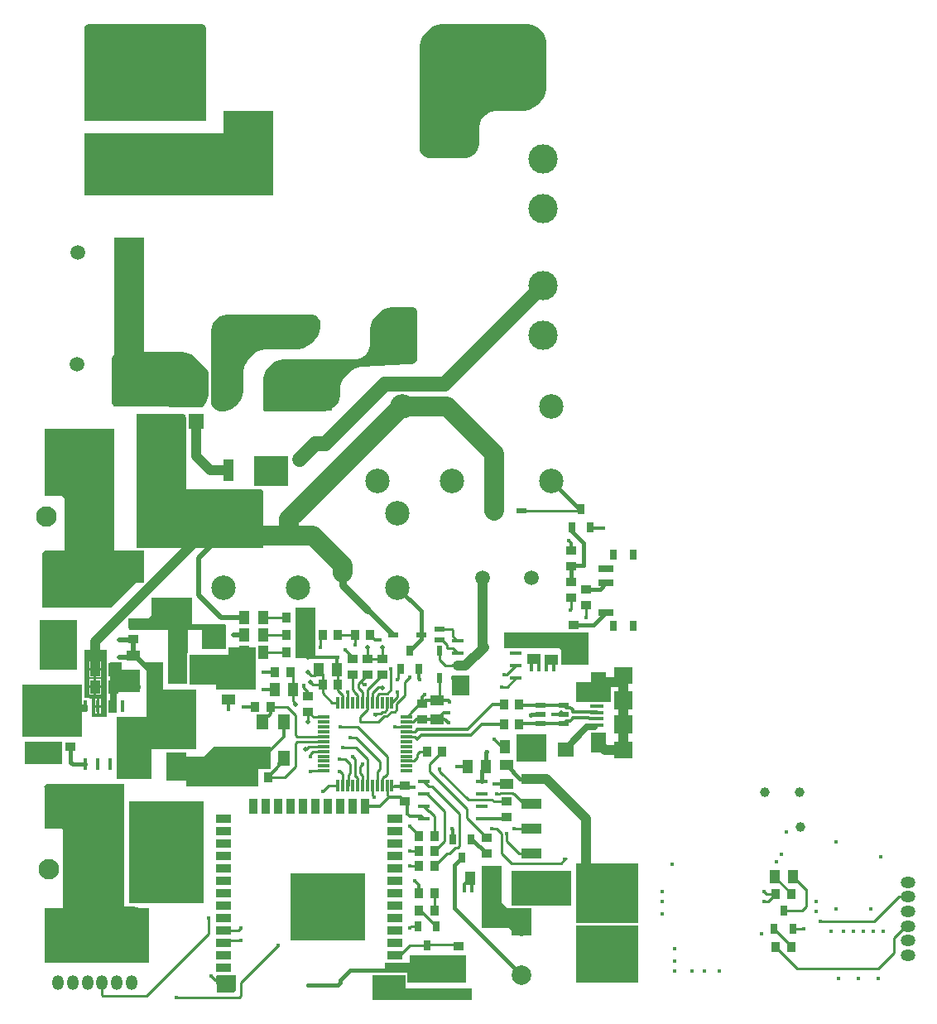
<source format=gtl>
G04*
G04 #@! TF.GenerationSoftware,Altium Limited,Altium Designer,23.11.1 (41)*
G04*
G04 Layer_Physical_Order=1*
G04 Layer_Color=255*
%FSLAX25Y25*%
%MOIN*%
G70*
G04*
G04 #@! TF.SameCoordinates,8D3607F6-0EDD-4B5D-BFDE-71B222FAF683*
G04*
G04*
G04 #@! TF.FilePolarity,Positive*
G04*
G01*
G75*
%ADD11C,0.01181*%
%ADD12C,0.01000*%
%ADD14C,0.01575*%
%ADD21R,0.13386X0.05118*%
%ADD22R,0.03937X0.05709*%
%ADD23R,0.03740X0.03937*%
%ADD24R,0.05315X0.01575*%
%ADD25R,0.06299X0.08268*%
%ADD26R,0.07480X0.07087*%
%ADD27R,0.07480X0.07480*%
%ADD28R,0.01181X0.04724*%
%ADD29R,0.04724X0.01181*%
%ADD30R,0.05118X0.01614*%
%ADD31R,0.05906X0.03543*%
%ADD32R,0.03543X0.05906*%
%ADD33R,0.03543X0.03543*%
%ADD34R,0.03937X0.03740*%
%ADD35R,0.05906X0.02756*%
%ADD36R,0.03150X0.03937*%
%ADD37R,0.01614X0.05118*%
%ADD38R,0.12992X0.06299*%
%ADD39R,0.04724X0.06299*%
%ADD40R,0.04331X0.02362*%
%ADD41R,0.04921X0.06299*%
%ADD42R,0.03937X0.01968*%
%ADD43R,0.17323X0.12992*%
%ADD44R,0.24410X0.15354*%
%ADD45R,0.08268X0.04331*%
%ADD46R,0.03150X0.04370*%
%ADD47R,0.05709X0.03937*%
%ADD48R,0.04134X0.02165*%
%ADD49R,0.02165X0.04134*%
%ADD50R,0.10799X0.08500*%
%ADD51R,0.06299X0.06299*%
%ADD52R,0.04331X0.09055*%
%ADD53R,0.07874X0.11811*%
%ADD97C,0.08268*%
%ADD99C,0.02756*%
%ADD100C,0.01470*%
%ADD101C,0.03937*%
%ADD102C,0.05906*%
%ADD103C,0.07874*%
%ADD104C,0.03150*%
%ADD105C,0.01968*%
%ADD106C,0.01470*%
%ADD107C,0.05906*%
%ADD108C,0.11811*%
%ADD109C,0.09843*%
%ADD110C,0.03937*%
%ADD111O,0.07874X0.15748*%
%ADD112O,0.15748X0.07874*%
%ADD113O,0.07087X0.14173*%
%ADD114O,0.04724X0.05906*%
%ADD115O,0.05906X0.04724*%
%ADD116C,0.07874*%
%ADD117C,0.01575*%
%ADD118C,0.01968*%
G36*
X78550Y396113D02*
X79113Y395550D01*
X79417Y394815D01*
Y394417D01*
Y357417D01*
X30417D01*
Y394417D01*
Y394815D01*
X30722Y395550D01*
X31284Y396113D01*
X32019Y396417D01*
X32417Y396417D01*
X32417Y396417D01*
X77815D01*
X78550Y396113D01*
D02*
G37*
G36*
X210751Y396110D02*
X212207Y395507D01*
X213517Y394631D01*
X214631Y393517D01*
X215507Y392207D01*
X216110Y390751D01*
X216417Y389205D01*
Y388417D01*
Y371417D01*
Y370432D01*
X216033Y368500D01*
X215279Y366681D01*
X214185Y365043D01*
X212792Y363650D01*
X211154Y362555D01*
X209334Y361802D01*
X207402Y361417D01*
X196417D01*
X195731Y361384D01*
X194385Y361116D01*
X193117Y360591D01*
X191977Y359828D01*
X191006Y358858D01*
X190244Y357717D01*
X189719Y356449D01*
X189451Y355103D01*
X189417Y354417D01*
Y348417D01*
Y347826D01*
X189187Y346667D01*
X188734Y345575D01*
X188078Y344592D01*
X187242Y343757D01*
X186259Y343100D01*
X185168Y342648D01*
X184008Y342417D01*
X169023D01*
X168251Y342571D01*
X167523Y342873D01*
X166867Y343310D01*
X166310Y343867D01*
X165873Y344523D01*
X165571Y345251D01*
X165417Y346023D01*
Y346417D01*
Y386417D01*
Y387402D01*
X165802Y389334D01*
X166555Y391154D01*
X167650Y392792D01*
X169043Y394185D01*
X170680Y395279D01*
X172500Y396033D01*
X174432Y396417D01*
X209205D01*
X210751Y396110D01*
D02*
G37*
G36*
X106417Y330417D02*
Y327417D01*
X30417D01*
Y352417D01*
X86417D01*
Y360417D01*
Y361417D01*
X106417D01*
Y330417D01*
D02*
G37*
G36*
X163550Y282113D02*
X164113Y281550D01*
X164417Y280815D01*
Y280417D01*
X164417Y261417D01*
X164319Y261122D01*
X164010Y260581D01*
X163602Y260110D01*
X163110Y259728D01*
X162553Y259450D01*
X161952Y259285D01*
X161331Y259241D01*
X160713Y259319D01*
X160417Y259417D01*
X160417Y259417D01*
X142417Y258417D01*
X141442Y258271D01*
X139558Y257696D01*
X137821Y256765D01*
X136300Y255513D01*
X135053Y253988D01*
X134127Y252249D01*
X133558Y250363D01*
X133368Y248402D01*
X133417Y247417D01*
Y246728D01*
X133148Y245375D01*
X132621Y244102D01*
X131855Y242955D01*
X130879Y241980D01*
X129733Y241214D01*
X128459Y240686D01*
X127107Y240417D01*
X103218D01*
X102851Y240570D01*
X102570Y240851D01*
X102417Y241218D01*
Y241417D01*
Y243417D01*
Y252417D01*
Y253304D01*
X102763Y255043D01*
X103442Y256680D01*
X104427Y258155D01*
X105680Y259408D01*
X107154Y260393D01*
X108792Y261071D01*
X110531Y261417D01*
X111417Y261417D01*
X111417Y261417D01*
X139417Y261417D01*
X140005Y261446D01*
X141159Y261676D01*
X142246Y262126D01*
X143224Y262779D01*
X144055Y263611D01*
X144709Y264589D01*
X145159Y265676D01*
X145388Y266829D01*
X145417Y267417D01*
X145417Y267417D01*
Y272417D01*
Y273402D01*
X145802Y275334D01*
X146555Y277154D01*
X147650Y278792D01*
X149043Y280185D01*
X150680Y281279D01*
X152500Y282033D01*
X154432Y282417D01*
X155417Y282417D01*
X155417Y282417D01*
X162815D01*
X163550Y282113D01*
D02*
G37*
G36*
X54417Y264417D02*
X69547D01*
X71479Y264033D01*
X73299Y263279D01*
X74936Y262185D01*
X75633Y261488D01*
X79838Y257283D01*
X79976Y257146D01*
X80192Y256822D01*
X80341Y256462D01*
X80417Y256079D01*
Y255885D01*
Y247800D01*
Y247045D01*
X80123Y245565D01*
X79545Y244171D01*
X78707Y242916D01*
X78173Y242382D01*
X78058Y242268D01*
X77789Y242088D01*
X77489Y241963D01*
X77171Y241900D01*
X64268D01*
Y242190D01*
X42891D01*
X42740Y242219D01*
X42599Y242278D01*
X42472Y242363D01*
X42417Y242417D01*
X42180Y242655D01*
X41806Y243214D01*
X41548Y243836D01*
X41417Y244495D01*
Y244831D01*
Y261417D01*
Y261655D01*
X41510Y262122D01*
X41601Y262341D01*
X41601D01*
X41601Y262341D01*
X41692Y262561D01*
X41956Y262956D01*
X42124Y263124D01*
X42417Y263417D01*
Y310417D01*
X54417D01*
Y264417D01*
D02*
G37*
G36*
X122584Y279264D02*
X123312Y278962D01*
X123967Y278524D01*
X124524Y277967D01*
X124962Y277312D01*
X125264Y276584D01*
X125417Y275811D01*
Y275417D01*
Y274432D01*
X125033Y272500D01*
X124279Y270680D01*
X123185Y269043D01*
X121792Y267650D01*
X120154Y266555D01*
X118334Y265802D01*
X116402Y265417D01*
X104417D01*
X103437Y265369D01*
X101514Y264987D01*
X99703Y264236D01*
X98073Y263147D01*
X96687Y261761D01*
X95598Y260131D01*
X94848Y258320D01*
X94466Y256398D01*
X94417Y255417D01*
Y249417D01*
Y248531D01*
X94072Y246792D01*
X93393Y245154D01*
X92408Y243680D01*
X91154Y242427D01*
X89680Y241442D01*
X88042Y240763D01*
X86304Y240417D01*
X85023D01*
X84251Y240571D01*
X83523Y240873D01*
X82867Y241310D01*
X82310Y241867D01*
X81873Y242523D01*
X81571Y243251D01*
X81417Y244023D01*
Y244417D01*
Y272417D01*
Y273107D01*
X81686Y274459D01*
X82214Y275733D01*
X82980Y276880D01*
X83955Y277855D01*
X85102Y278621D01*
X86375Y279148D01*
X87728Y279417D01*
X121811D01*
X122584Y279264D01*
D02*
G37*
G36*
X112417Y222210D02*
Y210417D01*
X98875D01*
Y222394D01*
X112601D01*
X112417Y222210D01*
D02*
G37*
G36*
X70846Y239141D02*
X70885Y239097D01*
X71029Y238881D01*
X71224Y238411D01*
X71323Y237913D01*
X71323Y237659D01*
X71323Y209137D01*
X100679D01*
X100679Y209137D01*
X100679Y209137D01*
X100679D01*
X101139Y209094D01*
X101396Y209043D01*
X101843Y208858D01*
X102246Y208589D01*
X102417Y208417D01*
X102417Y185417D01*
X51417D01*
Y239417D01*
X70407D01*
X70429Y239418D01*
X70473Y239427D01*
X70514Y239444D01*
X70846Y239141D01*
D02*
G37*
G36*
X42417Y232417D02*
Y184417D01*
X54417D01*
Y171417D01*
X51252D01*
X41252Y161417D01*
X13417D01*
Y183417D01*
X14417Y184417D01*
X22417D01*
Y205417D01*
X21417Y206417D01*
X14417D01*
Y229417D01*
Y230850D01*
Y233417D01*
X42417D01*
Y232417D01*
D02*
G37*
G36*
X73708Y154685D02*
X87150D01*
X87417Y154417D01*
X87370Y154370D01*
Y144638D01*
X77638D01*
X77833Y144833D01*
Y152417D01*
X71966D01*
Y143078D01*
X71841Y142994D01*
X71664Y142729D01*
X71602Y142417D01*
X71664Y142105D01*
X71778Y141934D01*
Y130926D01*
X71749Y130885D01*
X71713Y130803D01*
X71664Y130729D01*
X71652Y130669D01*
X64166D01*
Y152417D01*
X48372D01*
X48246Y154077D01*
Y156937D01*
X55937D01*
X57391Y158391D01*
Y165417D01*
X73708D01*
Y154685D01*
D02*
G37*
G36*
X123417Y141090D02*
X115417D01*
Y161417D01*
X123417D01*
Y141090D01*
D02*
G37*
G36*
X233417Y138417D02*
X222417D01*
Y144417D01*
X221765Y145070D01*
X199307D01*
Y145133D01*
Y151307D01*
X199417Y151417D01*
X233417D01*
Y138417D01*
D02*
G37*
G36*
X27417Y136417D02*
X12417D01*
Y136950D01*
Y156417D01*
X27417D01*
Y136417D01*
D02*
G37*
G36*
X185500Y126000D02*
X178500D01*
Y131000D01*
X178154Y133522D01*
X178500Y133175D01*
Y134000D01*
X185500D01*
Y126000D01*
D02*
G37*
G36*
X99417Y144976D02*
Y128417D01*
X83417D01*
Y130417D01*
X72417D01*
X72594Y130669D01*
Y142241D01*
X72417Y142417D01*
X88417D01*
Y145417D01*
X99417D01*
Y144976D01*
D02*
G37*
G36*
X45417Y136406D02*
X52803D01*
Y127803D01*
X52417Y127417D01*
X52380Y127455D01*
X43417D01*
Y120417D01*
Y119181D01*
X40902Y119102D01*
X40095D01*
X40902Y119909D01*
Y139303D01*
X45417D01*
Y136406D01*
D02*
G37*
G36*
X242417Y129949D02*
Y123417D01*
X228417D01*
Y131346D01*
X241020D01*
X242417Y129949D01*
D02*
G37*
G36*
X39417Y140103D02*
X39373D01*
Y132794D01*
Y125794D01*
X39417D01*
Y125021D01*
X39294D01*
Y118302D01*
X39417D01*
Y117417D01*
X33417D01*
Y124713D01*
X32509D01*
Y125021D01*
X30417D01*
Y144417D01*
X39417D01*
Y140103D01*
D02*
G37*
G36*
X29301Y130301D02*
X29417Y130253D01*
Y109417D01*
X5417D01*
Y130301D01*
X29301D01*
D02*
G37*
G36*
X227417Y106417D02*
Y101417D01*
X221009D01*
Y101957D01*
Y102076D01*
Y103826D01*
Y106878D01*
X226957D01*
X227417Y106417D01*
D02*
G37*
G36*
X105417Y96417D02*
X100417D01*
Y90417D01*
Y89441D01*
X71316D01*
Y93317D01*
X71417Y93417D01*
X64417D01*
Y99417D01*
X67417Y102417D01*
X68417Y101417D01*
X78417D01*
Y101494D01*
X82341Y105417D01*
X105417D01*
Y96417D01*
D02*
G37*
G36*
X216417Y99417D02*
X204417D01*
Y110417D01*
X216417D01*
Y99417D01*
D02*
G37*
G36*
X21417Y98417D02*
X6417D01*
Y107417D01*
X21417D01*
Y98417D01*
D02*
G37*
G36*
X61995Y128840D02*
X62417Y128417D01*
X75417D01*
Y104417D01*
X57417D01*
Y92417D01*
X43417D01*
Y117417D01*
X55417D01*
Y138965D01*
X55051Y139331D01*
X61995D01*
Y128840D01*
D02*
G37*
G36*
X78417Y42417D02*
X48417D01*
Y82417D01*
Y83417D01*
X78417D01*
Y42417D01*
D02*
G37*
G36*
X226417Y43417D02*
Y42417D01*
Y41417D01*
X202417D01*
Y55417D01*
X226417D01*
Y43417D01*
D02*
G37*
G36*
X253417Y34417D02*
X228417D01*
Y58417D01*
X253417D01*
Y34417D01*
D02*
G37*
G36*
X198417Y42019D02*
X200019Y40417D01*
X210417D01*
Y29417D01*
X202417D01*
Y31417D01*
X201417Y32417D01*
X190402D01*
Y57417D01*
X198417D01*
Y42019D01*
D02*
G37*
G36*
X143417Y27417D02*
X113417D01*
Y54417D01*
X143417D01*
Y27417D01*
D02*
G37*
G36*
X46417Y40552D02*
X46283Y40417D01*
X56307D01*
X56417Y40307D01*
Y18417D01*
X14480D01*
Y19480D01*
Y40417D01*
X21666D01*
Y72169D01*
X21417Y72417D01*
X14417D01*
Y89179D01*
X14156Y89441D01*
X15132Y90417D01*
X46417D01*
Y40552D01*
D02*
G37*
G36*
X253417Y10417D02*
X228417D01*
Y33417D01*
X253417D01*
Y10417D01*
D02*
G37*
G36*
X184000D02*
X160417D01*
Y14417D01*
X151417D01*
Y18417D01*
X161417D01*
X161417Y21417D01*
X184000D01*
Y10417D01*
D02*
G37*
G36*
X91417Y7417D02*
X90417Y6417D01*
X83614D01*
Y13284D01*
X83655Y13417D01*
X91417D01*
Y7417D01*
D02*
G37*
G36*
X159598Y13236D02*
Y8071D01*
X186417D01*
Y3512D01*
X146417D01*
Y13417D01*
X159417D01*
X159598Y13236D01*
D02*
G37*
%LPC*%
G36*
X37024Y139697D02*
X35161D01*
Y136949D01*
X37024D01*
Y139697D01*
D02*
G37*
G36*
X34161D02*
X32299D01*
Y136949D01*
X34161D01*
Y139697D01*
D02*
G37*
G36*
X37024Y135949D02*
X35161D01*
Y133201D01*
X37024D01*
Y135949D01*
D02*
G37*
G36*
X34161D02*
X32299D01*
Y133201D01*
X34161D01*
Y135949D01*
D02*
G37*
G36*
X37024Y132697D02*
X35161D01*
Y129949D01*
X37024D01*
Y132697D01*
D02*
G37*
G36*
X34161D02*
X32299D01*
Y129949D01*
X34161D01*
Y132697D01*
D02*
G37*
G36*
X37024Y128949D02*
X35161D01*
Y126201D01*
X37024D01*
Y128949D01*
D02*
G37*
G36*
X34161D02*
X32299D01*
Y126201D01*
X34161D01*
Y128949D01*
D02*
G37*
G36*
X37102Y124614D02*
X36402D01*
Y122161D01*
X37102D01*
Y124614D01*
D02*
G37*
G36*
X35402D02*
X34701D01*
Y122161D01*
X35402D01*
Y124614D01*
D02*
G37*
G36*
X37102Y121161D02*
X36402D01*
Y118709D01*
X37102D01*
Y121161D01*
D02*
G37*
G36*
X35402D02*
X34701D01*
Y118709D01*
X35402D01*
Y121161D01*
D02*
G37*
%LPD*%
D11*
X81500Y13000D02*
X82988Y11512D01*
X86567D01*
X175583Y116417D02*
X177000Y115000D01*
X172417Y116417D02*
X175583D01*
X175000Y119000D02*
X177000D01*
X172417Y116417D02*
X175000Y119000D01*
X221417Y118417D02*
X222417Y119417D01*
X219063Y118417D02*
X221417D01*
X178677Y68138D02*
Y72158D01*
X178417Y72417D02*
X178677Y72158D01*
X143516Y81433D02*
X149473D01*
X161417Y77417D02*
X165992D01*
X160417Y78417D02*
X161417Y77417D01*
X165992D02*
X166992Y76417D01*
X166417Y125417D02*
X167417Y126417D01*
X166417Y122716D02*
Y125417D01*
X153095Y85055D02*
X157630D01*
X210417Y136417D02*
Y139677D01*
X219417Y136417D02*
Y139417D01*
X216417Y138417D02*
X218417Y140417D01*
X213417Y136417D02*
Y138677D01*
X216417Y136417D02*
Y138417D01*
X165374Y132461D02*
X165417Y132505D01*
X165157Y132677D02*
X165374Y132461D01*
X218417Y140417D02*
X219417Y139417D01*
X211417Y140677D02*
X213417Y138677D01*
X210417Y139677D02*
X211417Y140677D01*
X225417Y188417D02*
X226417Y187417D01*
Y184417D02*
Y187417D01*
X234157Y193697D02*
X234437Y193417D01*
X239417D01*
X195417Y108417D02*
X198417Y105417D01*
X199677D01*
X195417Y90417D02*
X200417D01*
X180417Y97417D02*
X184677D01*
X149473Y81433D02*
X153095Y85055D01*
X102417Y135417D02*
X102489Y135489D01*
X107134D01*
X102417Y128417D02*
X106937D01*
X94417Y121417D02*
X99118D01*
X88417Y120417D02*
Y124417D01*
X102087Y100634D02*
X110748Y109295D01*
Y115201D01*
X120323Y141170D02*
X120571Y141417D01*
X132417D01*
X145567Y150417D02*
X147567Y148417D01*
X149417D01*
X135417Y144417D02*
X138417Y141417D01*
Y140567D02*
Y141417D01*
X132158Y141157D02*
X132417Y141417D01*
X132158Y136417D02*
Y141157D01*
X176937Y123898D02*
X177417Y123417D01*
X172417Y123898D02*
X176937D01*
X165157Y132677D02*
Y136697D01*
X222417Y119417D02*
X223417Y118417D01*
X190417Y76417D02*
X199716D01*
X200417Y77118D01*
X185677Y52417D02*
X186417Y51677D01*
Y47417D02*
Y51677D01*
X183417Y47417D02*
Y50157D01*
X185677Y52417D01*
X163417Y51417D02*
X165118Y49716D01*
Y46417D02*
Y49716D01*
X160417Y78417D02*
Y82268D01*
X159576Y89109D02*
X163102D01*
X166417Y116417D02*
X172417D01*
X163148Y115321D02*
Y115321D01*
Y115321D02*
X163902Y116075D01*
Y116166D01*
X163102Y115366D02*
X163148Y115321D01*
X163902Y116166D02*
X164153Y116417D01*
X166417D01*
X162417Y119417D02*
X165717Y122716D01*
X166417D01*
X167598Y123898D01*
X172417D01*
X159268Y89417D02*
X159576Y89109D01*
X159417Y83268D02*
X160417Y82268D01*
X157630Y85055D02*
X159417Y83268D01*
X155417Y89417D02*
X159268D01*
X108878Y97590D02*
Y98764D01*
X104417Y93031D02*
Y93129D01*
X108878Y98764D02*
X110748Y100634D01*
X104417Y93129D02*
X108878Y97590D01*
X105433Y118547D02*
Y121402D01*
X105417Y121417D02*
X105433Y121402D01*
X102087Y115890D02*
X103957Y117760D01*
X104646D02*
X105433Y118547D01*
X102087Y115201D02*
Y115890D01*
X103957Y117760D02*
X104646D01*
D12*
X133000Y100500D02*
X135335D01*
X137417Y98417D01*
Y94715D02*
Y98417D01*
X133000Y95500D02*
X133335D01*
X134481Y94353D01*
Y92583D02*
Y94353D01*
X134500Y105000D02*
X139835D01*
X144402Y100433D01*
X137500Y109000D02*
X139835D01*
X149417Y99417D01*
X133500Y113500D02*
X140335D01*
X152417Y101417D01*
X226417Y160980D02*
Y165417D01*
X225937Y160500D02*
X226417Y160980D01*
X168567Y25567D02*
X181000D01*
X113433Y135489D02*
X114417Y134505D01*
Y128417D02*
Y134505D01*
X358431Y44905D02*
X362000D01*
X348525Y35000D02*
X358431Y44905D01*
X326718Y35000D02*
X348525D01*
X319909Y31909D02*
X320000Y32000D01*
X315689Y31909D02*
X319909D01*
X361223Y33094D02*
X362000D01*
X356488Y28360D02*
X361223Y33094D01*
X356488Y22488D02*
Y28360D01*
X350000Y16000D02*
X356488Y22488D01*
X317468Y16000D02*
X350000D01*
X308800Y24669D02*
X317468Y16000D01*
X304000Y47000D02*
X305000Y46000D01*
X308850D01*
X304000Y43000D02*
X305850D01*
X308850Y46000D01*
X311949Y39350D02*
X319350D01*
X321000Y41000D01*
Y48000D01*
X320740D02*
X321000D01*
X315740Y53000D02*
X320740Y48000D01*
X308260Y52890D02*
X315150Y46000D01*
X308260Y52890D02*
Y53000D01*
X315099Y24669D02*
Y25020D01*
X308209Y31909D02*
X315099Y25020D01*
X232417Y157417D02*
Y162417D01*
X223805Y59955D02*
X224267Y60417D01*
X222267Y58417D02*
X223805Y59955D01*
X194417Y72417D02*
X196267D01*
X198267Y70417D01*
X202267Y58417D02*
X222267D01*
X198267Y62417D02*
Y70417D01*
Y62417D02*
X202267Y58417D01*
X200417Y67417D02*
Y70417D01*
Y67417D02*
X205417Y62417D01*
X146370Y85624D02*
X146939Y85055D01*
X146370Y85624D02*
Y89683D01*
X173417Y95417D02*
Y96417D01*
Y95417D02*
X184963Y83872D01*
X169417Y95417D02*
X176417Y88417D01*
X169417Y98268D02*
X174567Y103417D01*
X169417Y95417D02*
Y98268D01*
X176417Y88417D02*
X184417Y80417D01*
Y76567D02*
Y80417D01*
X161417Y73417D02*
X165118Y69717D01*
Y69417D02*
Y69717D01*
X161417Y63417D02*
X165118D01*
X67417Y4417D02*
X92702D01*
X93419Y5134D01*
Y10419D01*
X108417Y25417D01*
X126417Y87417D02*
X128682Y89683D01*
X37417Y10323D02*
X37512Y10417D01*
X37417Y5417D02*
Y10323D01*
Y5417D02*
X37728Y5107D01*
X55425D01*
X80417Y30099D01*
Y36417D01*
X118417Y129417D02*
X118893Y129893D01*
X140852Y128982D02*
X142433Y127402D01*
X138417Y128417D02*
X139052Y127783D01*
Y127382D02*
Y127783D01*
Y127382D02*
X139625Y126809D01*
X138417Y128417D02*
Y134268D01*
X140852Y128982D02*
Y130801D01*
X121417Y101417D02*
Y102417D01*
X122384Y103384D01*
X121417Y95417D02*
X121588Y95588D01*
X126685D01*
X141417Y94620D02*
Y97417D01*
X142314Y98314D01*
X141417Y94620D02*
X142355Y93682D01*
Y89761D02*
Y93682D01*
X144402Y89683D02*
Y100433D01*
X142355Y89761D02*
X142433Y89683D01*
X138417Y101417D02*
X139564Y100271D01*
Y93345D02*
Y100271D01*
X152417Y94417D02*
Y101417D01*
X151345Y93345D02*
X152417Y94417D01*
X150385Y92385D02*
Y92583D01*
X151147Y93345D02*
X151345D01*
X150307Y92307D02*
X150385Y92385D01*
Y92583D02*
X151147Y93345D01*
X150307Y89683D02*
Y92307D01*
X149417Y96417D02*
Y99417D01*
X148339Y95339D02*
X149417Y96417D01*
X148339Y89683D02*
Y95339D01*
X156135Y120246D02*
Y122643D01*
X153982Y119485D02*
X155373D01*
X156135Y120246D01*
Y122643D02*
X159417Y125926D01*
X150431Y119485D02*
X151436D01*
X152198Y120246D01*
Y121252D01*
X152231Y121285D01*
X152276D02*
Y123147D01*
X152231Y121285D02*
X152276D01*
X152182Y117685D02*
X153982Y119485D01*
X151176Y117685D02*
X152182D01*
X154244Y123147D02*
X154335Y123238D01*
Y123389D01*
X149613Y118667D02*
X150431Y119485D01*
X154335Y123389D02*
X156417Y125471D01*
X148909Y115417D02*
X151176Y117685D01*
X148167Y118667D02*
X149613D01*
X156417Y125471D02*
Y127417D01*
X159417Y125926D02*
Y131417D01*
X141417Y115417D02*
X148909D01*
X141417D02*
Y117340D01*
X147417Y118417D02*
X147667Y118167D01*
X148167Y118667D01*
X155417Y113417D02*
X157214D01*
X141417Y117340D02*
X143562Y119485D01*
X144324Y123069D02*
X144402Y123147D01*
X144324Y120246D02*
Y123069D01*
X143562Y119485D02*
X144324Y120246D01*
X139617Y93345D02*
X139625D01*
X139564D02*
X139617D01*
X139625D02*
X140387Y92583D01*
Y91830D02*
Y92583D01*
Y89761D02*
Y91830D01*
X152276Y85875D02*
X153095Y85055D01*
X152276Y85875D02*
Y89683D01*
X149178Y126809D02*
X152310D01*
X153918Y128417D01*
Y136553D01*
X156602Y132758D02*
Y135622D01*
X156417Y132573D02*
X156602Y132758D01*
X156417Y132505D02*
Y132573D01*
X132158Y136417D02*
X132567Y136008D01*
Y130417D02*
Y136008D01*
X118417Y129417D02*
X120417Y127417D01*
Y125716D02*
Y127417D01*
X122384Y103384D02*
X126607D01*
X126685Y103462D01*
X200271Y134188D02*
Y134263D01*
X201032Y135024D01*
X199307Y134188D02*
X200271D01*
X201237Y135024D02*
X204130Y137917D01*
X201032Y135024D02*
X201237D01*
X159417Y131417D02*
X161417Y133417D01*
X200630Y129417D02*
X204130Y132917D01*
X198417Y129417D02*
X200630D01*
X150417Y129094D02*
Y129417D01*
X148416Y126048D02*
X149178Y126809D01*
X141630Y131579D02*
X142791Y130417D01*
X146448Y126998D02*
X148867Y129417D01*
X142791Y130417D02*
X143417D01*
X144480Y128330D02*
X150417Y134268D01*
X144480Y123225D02*
Y128330D01*
X146448Y123225D02*
Y126998D01*
X141630Y131579D02*
X144319Y134268D01*
X140852Y130801D02*
X141630Y131579D01*
X142433Y123147D02*
Y127402D01*
X140387Y125009D02*
Y125028D01*
X139625Y126809D02*
X140387Y126048D01*
Y125028D02*
Y126048D01*
Y125009D02*
X140465D01*
Y123147D02*
Y125009D01*
X136417Y126080D02*
Y127417D01*
X148867Y129417D02*
X150417D01*
X148339Y125339D02*
X148416Y125417D01*
Y126048D01*
X148339Y123147D02*
Y125339D01*
X228976Y200417D02*
X229697Y201138D01*
X206417Y200417D02*
X228976D01*
X160072Y113382D02*
X160150Y113305D01*
X157249Y113382D02*
X160072D01*
X157214Y113417D02*
X157249Y113382D01*
X196417Y86417D02*
X197740D01*
X202924Y86587D02*
X203094Y86417D01*
X203417D02*
X207417Y82417D01*
X203094Y86417D02*
X203417D01*
X197910Y86587D02*
X202924D01*
X197740Y86417D02*
X197910Y86587D01*
X203417Y72417D02*
X210417D01*
X205417Y62417D02*
X210417D01*
X207417Y82417D02*
X210417D01*
X165417Y103417D02*
X168268D01*
X164417Y102417D02*
X165417Y103417D01*
X164417Y100970D02*
Y102417D01*
X163050Y99603D02*
X164417Y100970D01*
X162603Y99603D02*
X163050D01*
X162525Y99525D02*
X162603Y99603D01*
X160150Y99525D02*
X162525D01*
X170417Y89417D02*
X181588Y78246D01*
X168992Y89417D02*
X170417D01*
X184417Y76567D02*
X192417Y68567D01*
X184963Y83872D02*
X194732D01*
X181588Y75059D02*
Y78246D01*
X181552Y75023D02*
X181588Y75059D01*
X181552Y65414D02*
Y75023D01*
X144417Y140567D02*
Y145417D01*
X124677Y136417D02*
X126268Y134827D01*
Y130417D02*
Y134827D01*
X172417Y123898D02*
X173417Y124898D01*
Y132905D01*
Y140417D02*
Y143929D01*
Y140417D02*
X175917Y137917D01*
X180705D01*
X173417Y152748D02*
X178464D01*
X178921Y152291D01*
Y149701D02*
Y152291D01*
Y149701D02*
X180705Y147917D01*
X173417Y148417D02*
X174349D01*
X176475Y146291D01*
Y145011D02*
Y146291D01*
Y145011D02*
X176567Y144919D01*
X178704D01*
X180705Y142917D01*
X136450Y123225D02*
X136528Y123147D01*
X136450Y123225D02*
Y126048D01*
X136417Y126080D02*
X136450Y126048D01*
X133720Y126809D02*
X133720D01*
X134481Y126048D01*
Y123225D02*
Y126048D01*
X132567Y127962D02*
X133720Y126809D01*
X132567Y127962D02*
Y130417D01*
X134481Y123225D02*
X134559Y123147D01*
X126268Y127074D02*
Y130417D01*
Y127074D02*
X130195Y123147D01*
X132591D01*
X120417Y135417D02*
X121772Y134063D01*
X123209D01*
X121417Y131417D02*
X122417Y130417D01*
X126268D01*
X194732Y83872D02*
X195187Y83417D01*
X200417D01*
X169417Y79417D02*
X171417Y77417D01*
X175417Y67417D02*
Y79417D01*
X171417Y69417D02*
Y77417D01*
X168417Y86417D02*
X175417Y79417D01*
X140387Y89761D02*
X140465Y89683D01*
X134481Y89761D02*
X134559Y89683D01*
X134481Y89761D02*
Y92583D01*
X136606Y89761D02*
Y93903D01*
X137417Y94715D01*
X136528Y89683D02*
X136606Y89761D01*
X161417Y57417D02*
X165118D01*
X161858Y32858D02*
X164677D01*
X161417Y32417D02*
X161858Y32858D01*
X171417Y39417D02*
Y46417D01*
X163009Y115273D02*
X163102Y115366D01*
X160150Y115273D02*
X163009D01*
X160150Y117242D02*
X160242D01*
X162417Y119417D01*
X154244Y89683D02*
X154509Y89417D01*
X155417D01*
X165118Y39417D02*
X165598D01*
X172158Y32858D01*
X168417Y25417D02*
X168567Y25567D01*
X161417Y25417D02*
X168417D01*
X157512Y21512D02*
X161417Y25417D01*
X155465Y21512D02*
X157512D01*
X86567Y26512D02*
X87472Y27417D01*
X93417D01*
X92512Y31512D02*
X93417Y32417D01*
X86567Y31512D02*
X92512D01*
X128682Y89683D02*
X132591D01*
X166992Y91417D02*
X168992Y89417D01*
X177417Y62417D02*
X179653Y64653D01*
X180790D01*
X181552Y65414D01*
X176417Y62417D02*
X177417D01*
X171417Y57417D02*
X176417Y62417D01*
X166992Y86417D02*
X168417D01*
X171417Y63417D02*
X175417Y67417D01*
X168992Y79417D02*
X169417D01*
X166992Y81417D02*
X168992Y79417D01*
X163336Y111336D02*
X164417Y112417D01*
X160150Y111336D02*
X163336D01*
X160150Y109368D02*
X163467D01*
X164417Y108417D01*
X156602Y135622D02*
X157677Y136697D01*
X139268Y146567D02*
X139417Y146417D01*
X139268Y146567D02*
Y150417D01*
X125417Y145417D02*
Y149567D01*
X126268Y150417D01*
X146370Y123147D02*
X146448Y123225D01*
X132567Y150417D02*
X139268D01*
X102370Y143204D02*
X111661D01*
X102370Y150204D02*
X111661D01*
X102370Y157204D02*
X111661D01*
X150417Y140567D02*
Y145417D01*
X144417Y140567D02*
X150417D01*
X144402Y123147D02*
X144480Y123225D01*
X144319Y134268D02*
X144417D01*
X123209Y134063D02*
X124677Y135531D01*
Y136417D01*
X120417Y115417D02*
Y119417D01*
X120516D02*
X122692Y117242D01*
X120417Y119417D02*
X120516D01*
X122692Y117242D02*
X126685D01*
X114417Y123679D02*
X115417Y122679D01*
X114417Y123679D02*
Y128417D01*
X115417Y122417D02*
Y122679D01*
X119679Y104417D02*
X120693Y105430D01*
X119417Y104417D02*
X119679D01*
X120693Y105430D02*
X126685D01*
X116003Y107321D02*
X126607D01*
X115417Y106735D02*
X116003Y107321D01*
X115417Y109953D02*
Y117980D01*
X116003Y109368D02*
X126685D01*
X115417Y109953D02*
X116003Y109368D01*
X115417Y97417D02*
Y106735D01*
X111980Y121417D02*
X115417Y117980D01*
X126607Y107321D02*
X126685Y107399D01*
X105417Y121417D02*
X111980D01*
X111031Y93031D02*
X115417Y97417D01*
X104417Y93031D02*
X111031D01*
D14*
X210000Y118000D02*
X210417Y118417D01*
X213968D01*
X120836Y9417D02*
X132417D01*
X120417D02*
X120836D01*
X132417D02*
X133417Y10417D01*
Y11417D01*
X137417Y15417D01*
X154370D01*
X155465Y16512D01*
X156417Y169417D02*
X165929Y159906D01*
Y150417D02*
Y159906D01*
Y148650D02*
Y150417D01*
X161417Y144138D02*
X165929Y148650D01*
X192157Y103157D02*
X192417Y103417D01*
X192157Y97417D02*
Y103157D01*
X200417Y97898D02*
X205898Y92417D01*
X210417D01*
X211947D01*
X190417Y95677D02*
X192157Y97417D01*
X190417Y91417D02*
Y95677D01*
X226417Y178118D02*
X226716Y178417D01*
X231417D01*
Y187417D01*
X226677Y192157D02*
X231417Y187417D01*
X226677Y192157D02*
Y193697D01*
X218417Y212417D02*
X229697Y201138D01*
X226417Y171716D02*
Y178118D01*
X237968Y168717D02*
X240528Y171276D01*
X232417Y168717D02*
X237968D01*
X235480Y154417D02*
X240528Y159465D01*
X227417Y154417D02*
X235480D01*
X179417Y40417D02*
Y57697D01*
Y40417D02*
X206417Y13417D01*
X186158Y68138D02*
X186547D01*
X192417Y62268D01*
X179417Y57697D02*
X182417Y60697D01*
X25824Y98236D02*
X30902D01*
X24902Y99159D02*
Y105299D01*
Y99159D02*
X25824Y98236D01*
X17130Y112583D02*
X18902Y114354D01*
Y124949D01*
X13902Y112583D02*
X17130D01*
X18902Y124949D02*
X22189Y121661D01*
X30902D01*
X30882Y120434D02*
X30902Y120454D01*
Y121661D01*
X28559Y120434D02*
X30882D01*
X24902Y116777D02*
X28559Y120434D01*
X24902Y111598D02*
Y116777D01*
D21*
X13902Y104315D02*
D03*
Y112583D02*
D03*
D22*
X94890Y157204D02*
D03*
X102370D02*
D03*
X94890Y143204D02*
D03*
X102370D02*
D03*
X94890Y150204D02*
D03*
X102370D02*
D03*
X192157Y97417D02*
D03*
X184677D02*
D03*
X308260Y53000D02*
D03*
X315740D02*
D03*
X34661Y136449D02*
D03*
X42142D02*
D03*
X34661Y129449D02*
D03*
X42142D02*
D03*
X199677Y105417D02*
D03*
X207157D02*
D03*
X124677Y136417D02*
D03*
X132158D02*
D03*
X114417Y128417D02*
D03*
X106937D02*
D03*
X185677Y52417D02*
D03*
X193157D02*
D03*
D23*
X111661Y143204D02*
D03*
X117961D02*
D03*
X111661Y150204D02*
D03*
X117961D02*
D03*
X111661Y157204D02*
D03*
X117961D02*
D03*
X308850Y46000D02*
D03*
X315150D02*
D03*
X315099Y24669D02*
D03*
X308800D02*
D03*
X132567Y150417D02*
D03*
X126268D02*
D03*
X139268D02*
D03*
X145567D02*
D03*
X171417Y46417D02*
D03*
X165118D02*
D03*
X205567Y114417D02*
D03*
X199268D02*
D03*
X205567Y122417D02*
D03*
X199268D02*
D03*
X174567Y103417D02*
D03*
X168268D02*
D03*
X113433Y135489D02*
D03*
X107134D02*
D03*
X171417Y39417D02*
D03*
X165118D02*
D03*
Y57417D02*
D03*
X171417D02*
D03*
X165118Y69417D02*
D03*
X171417D02*
D03*
X165118Y63417D02*
D03*
X171417D02*
D03*
X126268Y130417D02*
D03*
X132567D02*
D03*
X105417Y121417D02*
D03*
X99118D02*
D03*
X104417Y93031D02*
D03*
X98118D02*
D03*
D24*
X236886Y119142D02*
D03*
Y116583D02*
D03*
Y121701D02*
D03*
Y114024D02*
D03*
Y124260D02*
D03*
D25*
X237378Y106937D02*
D03*
Y131346D02*
D03*
D26*
X247417Y104181D02*
D03*
Y134102D02*
D03*
D27*
Y114417D02*
D03*
Y123866D02*
D03*
D28*
X132591Y123147D02*
D03*
X134559D02*
D03*
X136528D02*
D03*
X138496D02*
D03*
X140465D02*
D03*
X142433D02*
D03*
X144402D02*
D03*
X146370D02*
D03*
X148339D02*
D03*
X150307D02*
D03*
X152276D02*
D03*
X154244D02*
D03*
Y89683D02*
D03*
X152276D02*
D03*
X150307D02*
D03*
X148339D02*
D03*
X146370D02*
D03*
X144402D02*
D03*
X142433D02*
D03*
X140465D02*
D03*
X138496D02*
D03*
X136528D02*
D03*
X134559D02*
D03*
X132591D02*
D03*
D29*
X160150Y117242D02*
D03*
Y115273D02*
D03*
Y113305D02*
D03*
Y111336D02*
D03*
Y109368D02*
D03*
Y107399D02*
D03*
Y105430D02*
D03*
Y103462D02*
D03*
Y101494D02*
D03*
Y99525D02*
D03*
Y97557D02*
D03*
Y95588D02*
D03*
X126685D02*
D03*
Y97557D02*
D03*
Y99525D02*
D03*
Y101494D02*
D03*
Y103462D02*
D03*
Y105430D02*
D03*
Y107399D02*
D03*
Y109368D02*
D03*
Y111336D02*
D03*
Y113304D02*
D03*
Y115273D02*
D03*
Y117242D02*
D03*
D03*
D30*
X166992Y76417D02*
D03*
Y91417D02*
D03*
Y86417D02*
D03*
Y81417D02*
D03*
X190417Y76417D02*
D03*
Y81417D02*
D03*
Y86417D02*
D03*
Y91417D02*
D03*
X204130Y147917D02*
D03*
Y142917D02*
D03*
Y137917D02*
D03*
Y132917D02*
D03*
X180705Y137917D02*
D03*
Y142917D02*
D03*
Y147917D02*
D03*
Y132917D02*
D03*
D31*
X155465Y16512D02*
D03*
Y21512D02*
D03*
Y26512D02*
D03*
Y31512D02*
D03*
Y36512D02*
D03*
Y41512D02*
D03*
Y46512D02*
D03*
Y51512D02*
D03*
Y56512D02*
D03*
Y61512D02*
D03*
Y66512D02*
D03*
Y71512D02*
D03*
Y76512D02*
D03*
X86567Y11512D02*
D03*
Y16512D02*
D03*
Y21512D02*
D03*
Y26512D02*
D03*
Y31512D02*
D03*
Y36512D02*
D03*
Y41512D02*
D03*
Y46512D02*
D03*
Y51512D02*
D03*
Y56512D02*
D03*
Y61512D02*
D03*
Y66512D02*
D03*
Y71512D02*
D03*
Y76512D02*
D03*
X155465Y11512D02*
D03*
D32*
X143516Y81433D02*
D03*
X138516D02*
D03*
X133516D02*
D03*
X128516D02*
D03*
X123516D02*
D03*
X118516D02*
D03*
X113516D02*
D03*
X108516D02*
D03*
X103516D02*
D03*
X98516D02*
D03*
D33*
X127905Y41906D02*
D03*
Y36394D02*
D03*
X122394Y41906D02*
D03*
X127905Y47417D02*
D03*
X133417Y41906D02*
D03*
Y47417D02*
D03*
X122394D02*
D03*
Y36394D02*
D03*
X133417D02*
D03*
D34*
X200417Y77118D02*
D03*
Y83417D02*
D03*
X226417Y165417D02*
D03*
Y171716D02*
D03*
Y184417D02*
D03*
Y178118D02*
D03*
X138417Y134268D02*
D03*
Y140567D02*
D03*
X150417Y134268D02*
D03*
Y140567D02*
D03*
X144417Y134268D02*
D03*
Y140567D02*
D03*
X227417Y154417D02*
D03*
Y148118D02*
D03*
X181000Y18850D02*
D03*
Y25150D02*
D03*
X232417Y162417D02*
D03*
Y168717D02*
D03*
X192417Y68567D02*
D03*
Y62268D02*
D03*
X24902Y111598D02*
D03*
Y105299D02*
D03*
X49949Y148768D02*
D03*
Y155067D02*
D03*
X159417Y89567D02*
D03*
Y83268D02*
D03*
X120417Y119417D02*
D03*
Y125716D02*
D03*
X166417Y122716D02*
D03*
Y116417D02*
D03*
D35*
X240528Y159465D02*
D03*
Y171276D02*
D03*
Y177181D02*
D03*
D36*
X251551Y153953D02*
D03*
X243284D02*
D03*
X251551Y182693D02*
D03*
X243284D02*
D03*
D37*
X30902Y121661D02*
D03*
X35902D02*
D03*
X40902D02*
D03*
X45902D02*
D03*
X40902Y98236D02*
D03*
X35902D02*
D03*
X30902D02*
D03*
X45902D02*
D03*
D38*
X67449Y159016D02*
D03*
D39*
X76504Y133819D02*
D03*
X67449D02*
D03*
X58394D02*
D03*
D40*
X213968Y122158D02*
D03*
Y118417D02*
D03*
Y114677D02*
D03*
X223417Y122158D02*
D03*
Y118417D02*
D03*
Y114677D02*
D03*
D41*
X110748Y115201D02*
D03*
Y100634D02*
D03*
X102087Y115201D02*
D03*
Y100634D02*
D03*
D42*
X173417Y148417D02*
D03*
Y152748D02*
D03*
D43*
X65417Y195417D02*
D03*
X66417Y53417D02*
D03*
D44*
X30181Y172583D02*
D03*
Y223370D02*
D03*
X31181Y30583D02*
D03*
Y81370D02*
D03*
D45*
X210417Y92417D02*
D03*
Y82417D02*
D03*
Y72417D02*
D03*
Y62417D02*
D03*
Y52417D02*
D03*
D46*
X161417Y144138D02*
D03*
X165157Y136697D02*
D03*
X157677D02*
D03*
X230417Y201138D02*
D03*
X234157Y193697D02*
D03*
X226677D02*
D03*
X186158Y68138D02*
D03*
X178677D02*
D03*
X182417Y60697D02*
D03*
X172158Y32858D02*
D03*
X164677D02*
D03*
X168417Y25417D02*
D03*
X311949Y39350D02*
D03*
X315689Y31909D02*
D03*
X308209D02*
D03*
D47*
X218417Y147898D02*
D03*
Y140417D02*
D03*
X211417Y148158D02*
D03*
Y140677D02*
D03*
X200417Y90417D02*
D03*
Y97898D02*
D03*
X232575Y30779D02*
D03*
Y38260D02*
D03*
X240575Y30779D02*
D03*
Y38260D02*
D03*
X248575Y30779D02*
D03*
Y38260D02*
D03*
X49949Y141917D02*
D03*
Y134437D02*
D03*
X88417Y131898D02*
D03*
Y124417D02*
D03*
X84417Y140417D02*
D03*
Y147898D02*
D03*
X172417Y123898D02*
D03*
Y116417D02*
D03*
X171417Y5937D02*
D03*
Y13417D02*
D03*
X178417Y5937D02*
D03*
Y13417D02*
D03*
X164417Y5677D02*
D03*
Y13158D02*
D03*
D48*
X154905Y150417D02*
D03*
X165929D02*
D03*
X195394Y200417D02*
D03*
X206417D02*
D03*
X223929Y104417D02*
D03*
X212906D02*
D03*
D49*
X67417Y235394D02*
D03*
Y246417D02*
D03*
X173417Y143929D02*
D03*
Y132905D02*
D03*
D50*
X19139Y142964D02*
D03*
Y125563D02*
D03*
D51*
X75417Y250504D02*
D03*
Y236331D02*
D03*
D52*
X88378Y251134D02*
D03*
X108457Y251134D02*
D03*
X88378Y216587D02*
D03*
X108457Y216587D02*
D03*
D53*
X67417Y97394D02*
D03*
Y119441D02*
D03*
D97*
X15221Y197976D02*
D03*
X16220Y55976D02*
D03*
D99*
X47417Y304417D02*
G03*
X47260Y304037I380J-380D01*
G01*
X234096Y113249D02*
X235902D01*
X232923Y113411D02*
X233933D01*
X223929Y104417D02*
X232923Y113411D01*
X233933D02*
X234096Y113249D01*
X47260Y259417D02*
Y304037D01*
D100*
X213968Y114677D02*
X223417D01*
X213968Y122158D02*
X223417D01*
X227117Y116601D02*
Y116909D01*
X233503D01*
X233593Y116820D01*
X227117Y119378D02*
X236649D01*
X227117D02*
Y120234D01*
X236649Y119378D02*
X236886Y119142D01*
X233593Y116820D02*
X236649D01*
X226218Y115701D02*
X227117Y116601D01*
X236649Y116820D02*
X236886Y116583D01*
X205567Y122417D02*
X205827Y122158D01*
X213968D01*
X205827Y114677D02*
X213968D01*
X205567Y114417D02*
X205827Y114677D01*
X224442Y121133D02*
X226218D01*
X223417Y114677D02*
X224442Y115701D01*
X226218D01*
Y121133D02*
X227117Y120234D01*
X223417Y122158D02*
X224442Y121133D01*
D101*
X232575Y38260D02*
Y76260D01*
X190732Y146102D02*
Y173417D01*
Y146102D02*
X191417Y145417D01*
X183917Y137917D02*
X191417Y145417D01*
X180705Y137917D02*
X183917D01*
X34661Y147533D02*
X81545Y194417D01*
X237378Y106937D02*
X240134Y104181D01*
X247417D01*
Y114417D02*
Y123866D01*
Y104181D02*
Y114417D01*
Y123866D02*
Y134102D01*
X244661Y131346D02*
X247417Y134102D01*
X237378Y131346D02*
X244661D01*
X211947Y92417D02*
X216417D01*
X232575Y76260D01*
X82417Y194417D02*
X86287Y198287D01*
X95287D02*
X96417Y199417D01*
X86287Y198287D02*
X95287D01*
X81545Y194417D02*
X82417D01*
X34661Y136449D02*
Y147533D01*
X75417Y222417D02*
X81248Y216587D01*
X88378D01*
X75417Y222417D02*
Y236331D01*
X71192Y388041D02*
X71569Y388417D01*
X64041Y388041D02*
X71192D01*
X40417Y364417D02*
X64041Y388041D01*
D102*
X117146Y221146D02*
X123417Y227417D01*
X124417D01*
X127417D02*
X151417Y251417D01*
X124417Y227417D02*
X127417D01*
X151417Y251417D02*
X175417D01*
X212417Y288417D02*
Y291417D01*
X175417Y251417D02*
X212417Y288417D01*
D103*
X158417Y242417D02*
X176417D01*
X195394Y223441D01*
Y200417D02*
Y223441D01*
X112911Y190417D02*
X122417D01*
X94417D02*
X112911D01*
Y196911D02*
X158417Y242417D01*
X112911Y190417D02*
Y196911D01*
X96417Y194417D02*
Y199417D01*
X93417Y191417D02*
X96417Y194417D01*
X93417Y191417D02*
X94417Y190417D01*
X122417D02*
X134417Y178417D01*
Y175417D02*
Y178417D01*
D104*
Y170417D02*
Y175417D01*
Y170417D02*
X144417Y160417D01*
D105*
X144905D01*
X154905Y150417D01*
X193157Y46362D02*
Y52417D01*
X76417Y181417D02*
X82417Y187417D01*
X76417Y166417D02*
Y181417D01*
Y166417D02*
X85417Y157417D01*
X90417D01*
X196404Y43116D02*
X206417Y33102D01*
X193157Y46362D02*
X196404Y43116D01*
X90417Y157417D02*
X90630Y157204D01*
X94890D01*
X90417Y150417D02*
X90630Y150204D01*
X94890D01*
X50835Y141917D02*
X56768Y135984D01*
X57016D02*
X58394Y134606D01*
X49949Y141917D02*
X50835D01*
X56768Y135984D02*
X57016D01*
X58394Y133819D02*
Y134606D01*
X49949Y141917D02*
Y148768D01*
X44417Y148417D02*
X49598D01*
X49949Y148768D01*
X44417Y141417D02*
X49449D01*
X49949Y141917D01*
D106*
X164417Y108417D02*
X165948Y109948D01*
X185948D01*
X164417Y112417D02*
X184925D01*
X194925Y122417D01*
X199268D01*
X185948Y109948D02*
X190417Y114417D01*
X199268D01*
D107*
X47417Y304417D02*
D03*
X27732D02*
D03*
X116732Y272047D02*
D03*
X156102D02*
D03*
X97047Y350787D02*
D03*
X175787D02*
D03*
X71569Y388417D02*
D03*
X209266D02*
D03*
X190732Y173417D02*
D03*
X210417D02*
D03*
X47260Y259417D02*
D03*
X27575D02*
D03*
D108*
X40417Y364417D02*
D03*
Y344417D02*
D03*
X215000Y271000D02*
D03*
Y291000D02*
D03*
Y322000D02*
D03*
Y342000D02*
D03*
D109*
X96417Y199417D02*
D03*
X156417D02*
D03*
X86417Y169417D02*
D03*
X116417D02*
D03*
X156417D02*
D03*
X158417Y242417D02*
D03*
X218417D02*
D03*
X148417Y212417D02*
D03*
X178417D02*
D03*
X218417D02*
D03*
D110*
X318681Y72976D02*
D03*
X304469Y86992D02*
D03*
X318524Y87169D02*
D03*
D111*
X32937Y197976D02*
D03*
X33937Y55976D02*
D03*
D112*
X45535Y179079D02*
D03*
X46535Y37079D02*
D03*
D113*
X57740Y202307D02*
D03*
X58740Y60307D02*
D03*
D114*
X49323Y10417D02*
D03*
X43417D02*
D03*
X37512D02*
D03*
X31606D02*
D03*
X25701D02*
D03*
X19795D02*
D03*
D115*
X362000Y50811D02*
D03*
Y44905D02*
D03*
Y39000D02*
D03*
Y33094D02*
D03*
Y27189D02*
D03*
Y21283D02*
D03*
D116*
X206417Y13417D02*
D03*
Y33102D02*
D03*
D117*
X133000Y100500D02*
D03*
Y95500D02*
D03*
X134500Y105000D02*
D03*
X137500Y109000D02*
D03*
X133500Y113500D02*
D03*
X130000Y247000D02*
D03*
Y252500D02*
D03*
X124000D02*
D03*
X130500Y257500D02*
D03*
X124500Y258000D02*
D03*
X118500Y253000D02*
D03*
X119000Y258000D02*
D03*
X124500Y242000D02*
D03*
X129500Y241500D02*
D03*
X118500Y247000D02*
D03*
X119000Y242000D02*
D03*
X81500Y13000D02*
D03*
X225937Y160500D02*
D03*
X183000Y127000D02*
D03*
X100000Y220000D02*
D03*
Y212000D02*
D03*
Y216000D02*
D03*
X105000D02*
D03*
Y212000D02*
D03*
X177000Y119000D02*
D03*
Y115000D02*
D03*
X219063Y118417D02*
D03*
X210000Y118000D02*
D03*
X326718Y35000D02*
D03*
X325000Y39000D02*
D03*
X333000Y40000D02*
D03*
X320000Y32000D02*
D03*
X325000Y43000D02*
D03*
X336000Y31000D02*
D03*
X344000D02*
D03*
X340000D02*
D03*
X331000D02*
D03*
X348000D02*
D03*
X303000Y30000D02*
D03*
X304000Y43000D02*
D03*
Y47000D02*
D03*
X352000Y31000D02*
D03*
X309000Y59000D02*
D03*
X311000Y62000D02*
D03*
X313000Y71000D02*
D03*
X267000Y58000D02*
D03*
X263000Y43000D02*
D03*
Y47000D02*
D03*
Y38000D02*
D03*
X286000Y15000D02*
D03*
X280000D02*
D03*
X275000D02*
D03*
X268000D02*
D03*
Y19000D02*
D03*
Y24000D02*
D03*
X351000Y61000D02*
D03*
X333000Y67000D02*
D03*
X347000Y40000D02*
D03*
X350000Y12000D02*
D03*
X342000D02*
D03*
X334000D02*
D03*
X232417Y157417D02*
D03*
X223805Y59955D02*
D03*
X200417Y70417D02*
D03*
X194417Y72417D02*
D03*
X178417D02*
D03*
X146939Y85055D02*
D03*
X173417Y96417D02*
D03*
X161417Y73417D02*
D03*
Y63417D02*
D03*
X120836Y9417D02*
D03*
X150417Y11417D02*
D03*
X147417D02*
D03*
X67417Y4417D02*
D03*
X108417Y25417D02*
D03*
X124016Y53150D02*
D03*
X127953D02*
D03*
X124016Y29528D02*
D03*
X126417Y87417D02*
D03*
X80417Y36417D02*
D03*
X91417Y102417D02*
D03*
X45417Y88417D02*
D03*
X118893Y129893D02*
D03*
X136417Y127417D02*
D03*
X121417Y101417D02*
D03*
Y95417D02*
D03*
X142314Y98314D02*
D03*
X138417Y101417D02*
D03*
X147417Y118417D02*
D03*
X155417Y113417D02*
D03*
X167417Y126417D02*
D03*
X153918Y136553D02*
D03*
X156417Y132505D02*
D03*
X124417Y227417D02*
D03*
X117146Y221146D02*
D03*
X122417Y159417D02*
D03*
X199307Y134188D02*
D03*
X210417Y136417D02*
D03*
X213417D02*
D03*
X216417D02*
D03*
X219417D02*
D03*
X165417Y132505D02*
D03*
X161417Y133417D02*
D03*
X198417Y129417D02*
D03*
X143417Y130417D02*
D03*
X225417Y188417D02*
D03*
X239417Y193417D02*
D03*
X195417Y108417D02*
D03*
X192417Y103417D02*
D03*
X180417Y97417D02*
D03*
X195417Y90417D02*
D03*
X196417Y86417D02*
D03*
X156417Y127417D02*
D03*
X203417Y72417D02*
D03*
X52417Y129417D02*
D03*
X49417D02*
D03*
X46417D02*
D03*
X72417Y164417D02*
D03*
X67417D02*
D03*
X63417D02*
D03*
X59417D02*
D03*
X58199Y154685D02*
D03*
X54654Y156143D02*
D03*
X84417Y151417D02*
D03*
X102417Y135417D02*
D03*
Y128417D02*
D03*
X94417Y121417D02*
D03*
X88417Y120417D02*
D03*
X85417Y91417D02*
D03*
Y97417D02*
D03*
Y102417D02*
D03*
X91417Y97417D02*
D03*
Y91417D02*
D03*
X122417Y152417D02*
D03*
Y146417D02*
D03*
X149417Y148417D02*
D03*
X135417Y144417D02*
D03*
X132417Y141417D02*
D03*
X177417Y123417D02*
D03*
X232417Y139417D02*
D03*
Y143417D02*
D03*
X228417D02*
D03*
X224417D02*
D03*
X228417Y139417D02*
D03*
X224417D02*
D03*
X229417Y124417D02*
D03*
Y130417D02*
D03*
Y127382D02*
D03*
X232417Y124417D02*
D03*
Y127417D02*
D03*
Y130417D02*
D03*
X215417Y109417D02*
D03*
X211417D02*
D03*
X214417Y100417D02*
D03*
X211417D02*
D03*
X208417D02*
D03*
X205417D02*
D03*
X15417Y74417D02*
D03*
X16417Y81417D02*
D03*
X15417Y88417D02*
D03*
X45417Y75417D02*
D03*
Y82417D02*
D03*
X222441Y53150D02*
D03*
X224410Y49213D02*
D03*
X222441Y45276D02*
D03*
X218504Y53150D02*
D03*
X220473Y49213D02*
D03*
X218504Y45276D02*
D03*
X216536Y49213D02*
D03*
X214567Y45276D02*
D03*
X210630D02*
D03*
X206693D02*
D03*
X186417Y47417D02*
D03*
X183417D02*
D03*
X141732Y49213D02*
D03*
Y41339D02*
D03*
Y33465D02*
D03*
X139764Y29528D02*
D03*
X135827Y53150D02*
D03*
Y29528D02*
D03*
X131890Y53150D02*
D03*
Y29528D02*
D03*
X120079Y53150D02*
D03*
Y29528D02*
D03*
X116142Y53150D02*
D03*
Y45276D02*
D03*
Y37402D02*
D03*
Y29528D02*
D03*
X250000Y21654D02*
D03*
X251969Y17717D02*
D03*
X250000Y13780D02*
D03*
X246063Y21654D02*
D03*
X248032Y17717D02*
D03*
X246063Y13780D02*
D03*
X242126Y21654D02*
D03*
X244095Y17717D02*
D03*
X242126Y13780D02*
D03*
X238189Y21654D02*
D03*
X240158Y17717D02*
D03*
X238189Y13780D02*
D03*
X234252Y21654D02*
D03*
X236221Y17717D02*
D03*
X234252Y13780D02*
D03*
X230315Y21654D02*
D03*
X232284Y17717D02*
D03*
X230315Y13780D02*
D03*
X250000Y53150D02*
D03*
Y45276D02*
D03*
X246063Y53150D02*
D03*
X248032Y49213D02*
D03*
X246063Y45276D02*
D03*
X242126Y53150D02*
D03*
X244095Y49213D02*
D03*
X242126Y45276D02*
D03*
X238189Y53150D02*
D03*
X240158Y49213D02*
D03*
X238189Y45276D02*
D03*
X234252Y53150D02*
D03*
X236221Y49213D02*
D03*
X234252Y45276D02*
D03*
X230315Y53150D02*
D03*
X232284Y49213D02*
D03*
X230315Y45276D02*
D03*
X161417Y57417D02*
D03*
X163417Y51417D02*
D03*
X160417Y78417D02*
D03*
X161417Y32417D02*
D03*
X163102Y89109D02*
D03*
X212599Y375985D02*
D03*
X210630Y372047D02*
D03*
X212599Y368110D02*
D03*
X208662Y375985D02*
D03*
X206693Y372047D02*
D03*
X208662Y368110D02*
D03*
X206693Y364174D02*
D03*
X202756Y387795D02*
D03*
Y379922D02*
D03*
X204725Y375985D02*
D03*
X202756Y372047D02*
D03*
X204725Y368110D02*
D03*
X202756Y364174D02*
D03*
X200788Y391733D02*
D03*
X198819Y387795D02*
D03*
X200788Y383858D02*
D03*
X198819Y379922D02*
D03*
X200788Y375985D02*
D03*
X198819Y372047D02*
D03*
X200788Y368110D02*
D03*
X198819Y364174D02*
D03*
X196851Y391733D02*
D03*
X194882Y387795D02*
D03*
X196851Y383858D02*
D03*
X194882Y379922D02*
D03*
X196851Y375985D02*
D03*
X194882Y372047D02*
D03*
X196851Y368110D02*
D03*
X194882Y364174D02*
D03*
X192913Y391733D02*
D03*
X190945Y387795D02*
D03*
X192913Y383858D02*
D03*
X190945Y379922D02*
D03*
X192913Y375985D02*
D03*
X190945Y372047D02*
D03*
X192913Y368110D02*
D03*
X190945Y364174D02*
D03*
X76772Y375985D02*
D03*
X74803Y379922D02*
D03*
X72835Y375985D02*
D03*
X74803Y372047D02*
D03*
X70866Y379922D02*
D03*
X68898Y375985D02*
D03*
X70866Y372047D02*
D03*
X64961Y391733D02*
D03*
Y383858D02*
D03*
X66929Y379922D02*
D03*
X64961Y375985D02*
D03*
X66929Y372047D02*
D03*
X64961Y368110D02*
D03*
X66929Y364174D02*
D03*
X64961Y360237D02*
D03*
X61024Y391733D02*
D03*
X62992Y387795D02*
D03*
X61024Y383858D02*
D03*
X62992Y379922D02*
D03*
X61024Y375985D02*
D03*
X62992Y372047D02*
D03*
X61024Y368110D02*
D03*
X62992Y364174D02*
D03*
X61024Y360237D02*
D03*
X57087Y391733D02*
D03*
X59055Y387795D02*
D03*
X57087Y383858D02*
D03*
X59055Y379922D02*
D03*
X57087Y375985D02*
D03*
X59055Y372047D02*
D03*
X57087Y368110D02*
D03*
X59055Y364174D02*
D03*
X57087Y360237D02*
D03*
X53150Y391733D02*
D03*
X55118Y387795D02*
D03*
X53150Y383858D02*
D03*
X55118Y379922D02*
D03*
X53150Y375985D02*
D03*
X55118Y372047D02*
D03*
X53150Y368110D02*
D03*
X55118Y364174D02*
D03*
X53150Y360237D02*
D03*
X49213Y391733D02*
D03*
X51181Y387795D02*
D03*
X49213Y383858D02*
D03*
X51181Y379922D02*
D03*
Y372047D02*
D03*
Y364174D02*
D03*
X45276Y391733D02*
D03*
X47244Y387795D02*
D03*
X45276Y383858D02*
D03*
X47244Y379922D02*
D03*
X41339Y391733D02*
D03*
X43307Y387795D02*
D03*
X41339Y383858D02*
D03*
X43307Y379922D02*
D03*
X37402Y391733D02*
D03*
X39370Y387795D02*
D03*
X37402Y383858D02*
D03*
X39370Y379922D02*
D03*
X33465Y391733D02*
D03*
X35433Y387795D02*
D03*
X33465Y383858D02*
D03*
X35433Y379922D02*
D03*
X68417Y346165D02*
D03*
Y338291D02*
D03*
Y330417D02*
D03*
X66449Y350102D02*
D03*
X64480Y346165D02*
D03*
X66449Y342228D02*
D03*
X64480Y338291D02*
D03*
X66449Y334354D02*
D03*
X64480Y330417D02*
D03*
X62512Y350102D02*
D03*
X60543Y346165D02*
D03*
X62512Y342228D02*
D03*
X60543Y338291D02*
D03*
X62512Y334354D02*
D03*
X60543Y330417D02*
D03*
X58575Y350102D02*
D03*
X56606Y346165D02*
D03*
X58575Y342228D02*
D03*
X56606Y338291D02*
D03*
X58575Y334354D02*
D03*
X56606Y330417D02*
D03*
X54638Y350102D02*
D03*
X52669Y346165D02*
D03*
X54638Y342228D02*
D03*
X52669Y338291D02*
D03*
X54638Y334354D02*
D03*
X52669Y330417D02*
D03*
X124417Y247417D02*
D03*
X92417Y250417D02*
D03*
Y254417D02*
D03*
X83417Y250417D02*
D03*
Y254417D02*
D03*
X65417Y256417D02*
D03*
X68417Y261417D02*
D03*
X65417D02*
D03*
X61417Y244417D02*
D03*
Y249417D02*
D03*
Y253417D02*
D03*
Y258417D02*
D03*
Y262417D02*
D03*
X68417Y226417D02*
D03*
X64417Y227417D02*
D03*
X58417D02*
D03*
X53417D02*
D03*
X60417Y234417D02*
D03*
X54417Y235417D02*
D03*
X68417Y220417D02*
D03*
X62417D02*
D03*
X53417D02*
D03*
X78417Y186417D02*
D03*
X77417Y193417D02*
D03*
X78417Y198417D02*
D03*
Y201417D02*
D03*
X78631Y207658D02*
D03*
X196404Y43116D02*
D03*
X192417Y43417D02*
D03*
X196417Y46417D02*
D03*
X192417D02*
D03*
X184417Y4417D02*
D03*
Y7417D02*
D03*
X147417Y4417D02*
D03*
X151417D02*
D03*
X155417D02*
D03*
X159417D02*
D03*
X159598Y7340D02*
D03*
X155417Y7417D02*
D03*
X151417D02*
D03*
X147417D02*
D03*
X183243Y12417D02*
D03*
X178417Y20417D02*
D03*
Y17417D02*
D03*
X173417D02*
D03*
X168417D02*
D03*
X173417Y20417D02*
D03*
X168417D02*
D03*
X163417Y17417D02*
D03*
Y20417D02*
D03*
X38417Y195417D02*
D03*
X37417Y206417D02*
D03*
X31417Y213417D02*
D03*
X39417Y214417D02*
D03*
X40417Y230417D02*
D03*
X25417D02*
D03*
X18417Y229417D02*
D03*
Y218417D02*
D03*
Y210417D02*
D03*
X24417Y209417D02*
D03*
Y202417D02*
D03*
X28417Y192417D02*
D03*
X40417Y186417D02*
D03*
X28417Y183417D02*
D03*
X44417Y170417D02*
D03*
X36758Y163921D02*
D03*
X25153D02*
D03*
X16417Y165417D02*
D03*
X15417Y172417D02*
D03*
X16417Y177417D02*
D03*
X24417Y151417D02*
D03*
X21417Y150417D02*
D03*
X17417Y151417D02*
D03*
X14417D02*
D03*
X22417Y70417D02*
D03*
X45417Y45417D02*
D03*
Y53417D02*
D03*
Y62417D02*
D03*
Y68417D02*
D03*
X22417Y63417D02*
D03*
X23417Y44417D02*
D03*
X49417Y29417D02*
D03*
X49597Y20543D02*
D03*
X41870D02*
D03*
X34417Y20417D02*
D03*
X24903Y20543D02*
D03*
X17007D02*
D03*
X17417Y34417D02*
D03*
X93417Y27417D02*
D03*
Y32417D02*
D03*
X139417Y146417D02*
D03*
X125417Y145417D02*
D03*
D118*
X49417Y115417D02*
D03*
X57417Y122417D02*
D03*
X57386Y126134D02*
D03*
X48417Y93417D02*
D03*
Y97417D02*
D03*
X44417Y93417D02*
D03*
X150417Y129094D02*
D03*
X144417Y145417D02*
D03*
X120417Y135417D02*
D03*
X121417Y131417D02*
D03*
X150417Y145417D02*
D03*
X120417Y115417D02*
D03*
X115417Y122417D02*
D03*
X119417Y104417D02*
D03*
X81417Y132417D02*
D03*
X82417Y136417D02*
D03*
X89417D02*
D03*
X98417Y138417D02*
D03*
X94417D02*
D03*
Y134417D02*
D03*
X98417D02*
D03*
Y130417D02*
D03*
X94417D02*
D03*
X90417Y157417D02*
D03*
Y150417D02*
D03*
X75417Y79417D02*
D03*
X52417D02*
D03*
X57417D02*
D03*
X62417D02*
D03*
X68417D02*
D03*
Y74417D02*
D03*
X75417D02*
D03*
Y68417D02*
D03*
X68417D02*
D03*
Y62417D02*
D03*
X75417D02*
D03*
X60105Y126134D02*
D03*
X49417Y112417D02*
D03*
Y107417D02*
D03*
Y102417D02*
D03*
X44417Y148417D02*
D03*
Y141417D02*
D03*
X18417Y99417D02*
D03*
X13417D02*
D03*
X8417D02*
D03*
M02*

</source>
